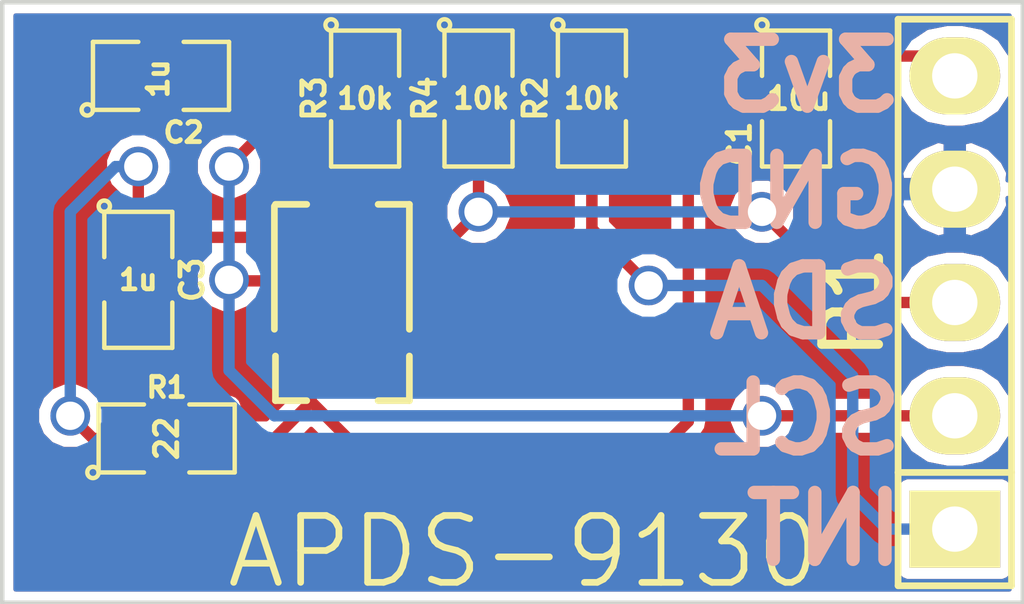
<source format=kicad_pcb>
(kicad_pcb (version 4) (host pcbnew "(2014-08-05 BZR 5054)-product")

  (general
    (links 20)
    (no_connects 0)
    (area 130.759 96.850999 156.474886 110.599)
    (thickness 1.6)
    (drawings 9)
    (tracks 85)
    (zones 0)
    (modules 9)
    (nets 8)
  )

  (page A4)
  (layers
    (0 F.Cu signal)
    (31 B.Cu signal)
    (32 B.Adhes user hide)
    (33 F.Adhes user hide)
    (34 B.Paste user hide)
    (35 F.Paste user hide)
    (36 B.SilkS user)
    (37 F.SilkS user)
    (38 B.Mask user)
    (39 F.Mask user)
    (40 Dwgs.User user)
    (41 Cmts.User user)
    (42 Eco1.User user)
    (43 Eco2.User user)
    (44 Edge.Cuts user)
    (45 Margin user)
    (46 B.CrtYd user)
    (47 F.CrtYd user)
    (48 B.Fab user)
    (49 F.Fab user)
  )

  (setup
    (last_trace_width 0.254)
    (trace_clearance 0.254)
    (zone_clearance 0.2)
    (zone_45_only no)
    (trace_min 0.254)
    (segment_width 0.2)
    (edge_width 0.1)
    (via_size 0.889)
    (via_drill 0.635)
    (via_min_size 0.889)
    (via_min_drill 0.508)
    (uvia_size 0.508)
    (uvia_drill 0.127)
    (uvias_allowed no)
    (uvia_min_size 0.508)
    (uvia_min_drill 0.127)
    (pcb_text_width 0.3)
    (pcb_text_size 1.5 1.5)
    (mod_edge_width 0.15)
    (mod_text_size 1 1)
    (mod_text_width 0.15)
    (pad_size 0.6 0.72)
    (pad_drill 0)
    (pad_to_mask_clearance 0)
    (aux_axis_origin 0 0)
    (visible_elements FFFFFFFF)
    (pcbplotparams
      (layerselection 0x010f0_80000001)
      (usegerberextensions true)
      (usegerberattributes true)
      (excludeedgelayer true)
      (linewidth 0.100000)
      (plotframeref false)
      (viasonmask false)
      (mode 1)
      (useauxorigin false)
      (hpglpennumber 1)
      (hpglpenspeed 20)
      (hpglpendiameter 15)
      (hpglpenoverlay 2)
      (psnegative false)
      (psa4output false)
      (plotreference true)
      (plotvalue true)
      (plotinvisibletext false)
      (padsonsilk false)
      (subtractmaskfromsilk false)
      (outputformat 1)
      (mirror false)
      (drillshape 0)
      (scaleselection 1)
      (outputdirectory gerbers/))
  )

  (net 0 "")
  (net 1 +3.3V)
  (net 2 GND)
  (net 3 "Net-(C3-Pad1)")
  (net 4 "Net-(P1-Pad1)")
  (net 5 "Net-(P1-Pad2)")
  (net 6 "Net-(P1-Pad3)")
  (net 7 "Net-(U1-Pad3)")

  (net_class Default "This is the default net class."
    (clearance 0.254)
    (trace_width 0.254)
    (via_dia 0.889)
    (via_drill 0.635)
    (uvia_dia 0.508)
    (uvia_drill 0.127)
    (add_net +3.3V)
    (add_net GND)
    (add_net "Net-(C3-Pad1)")
    (add_net "Net-(P1-Pad1)")
    (add_net "Net-(P1-Pad2)")
    (add_net "Net-(P1-Pad3)")
    (add_net "Net-(U1-Pad3)")
  )

  (module SMD_Packages:SMD-0805 (layer F.Cu) (tedit 5429E945) (tstamp 5428FEB8)
    (at 148.844 99.06 270)
    (path /542900D1)
    (attr smd)
    (fp_text reference C1 (at 1.016 1.27 270) (layer F.SilkS)
      (effects (font (size 0.50038 0.50038) (thickness 0.10922)))
    )
    (fp_text value 10u (at 0 -0.0635 360) (layer F.SilkS)
      (effects (font (size 0.50038 0.50038) (thickness 0.10922)))
    )
    (fp_circle (center -1.651 0.762) (end -1.651 0.635) (layer F.SilkS) (width 0.09906))
    (fp_line (start -0.508 0.762) (end -1.524 0.762) (layer F.SilkS) (width 0.09906))
    (fp_line (start -1.524 0.762) (end -1.524 -0.762) (layer F.SilkS) (width 0.09906))
    (fp_line (start -1.524 -0.762) (end -0.508 -0.762) (layer F.SilkS) (width 0.09906))
    (fp_line (start 0.508 -0.762) (end 1.524 -0.762) (layer F.SilkS) (width 0.09906))
    (fp_line (start 1.524 -0.762) (end 1.524 0.762) (layer F.SilkS) (width 0.09906))
    (fp_line (start 1.524 0.762) (end 0.508 0.762) (layer F.SilkS) (width 0.09906))
    (pad 1 smd rect (at -0.9525 0 270) (size 0.889 1.397) (layers F.Cu F.Paste F.Mask)
      (net 1 +3.3V))
    (pad 2 smd rect (at 0.9525 0 270) (size 0.889 1.397) (layers F.Cu F.Paste F.Mask)
      (net 2 GND))
    (model smd/chip_cms.wrl
      (at (xyz 0 0 0))
      (scale (xyz 0.1000000014901161 0.1000000014901161 0.1000000014901161))
      (rotate (xyz 0 0 0))
    )
  )

  (module SMD_Packages:SMD-0805 (layer F.Cu) (tedit 5429E95B) (tstamp 5429E8AA)
    (at 134.62 98.552)
    (path /54290187)
    (attr smd)
    (fp_text reference C2 (at 0.508 1.27) (layer F.SilkS)
      (effects (font (size 0.45 0.45) (thickness 0.10922)))
    )
    (fp_text value 1u (at -0.0635 0.0635 90) (layer F.SilkS)
      (effects (font (size 0.45 0.45) (thickness 0.10922)))
    )
    (fp_circle (center -1.651 0.762) (end -1.651 0.635) (layer F.SilkS) (width 0.09906))
    (fp_line (start -0.508 0.762) (end -1.524 0.762) (layer F.SilkS) (width 0.09906))
    (fp_line (start -1.524 0.762) (end -1.524 -0.762) (layer F.SilkS) (width 0.09906))
    (fp_line (start -1.524 -0.762) (end -0.508 -0.762) (layer F.SilkS) (width 0.09906))
    (fp_line (start 0.508 -0.762) (end 1.524 -0.762) (layer F.SilkS) (width 0.09906))
    (fp_line (start 1.524 -0.762) (end 1.524 0.762) (layer F.SilkS) (width 0.09906))
    (fp_line (start 1.524 0.762) (end 0.508 0.762) (layer F.SilkS) (width 0.09906))
    (pad 1 smd rect (at -0.9525 0) (size 0.889 1.397) (layers F.Cu F.Paste F.Mask)
      (net 2 GND))
    (pad 2 smd rect (at 0.9525 0) (size 0.889 1.397) (layers F.Cu F.Paste F.Mask)
      (net 1 +3.3V))
    (model smd/chip_cms.wrl
      (at (xyz 0 0 0))
      (scale (xyz 0.1000000014901161 0.1000000014901161 0.1000000014901161))
      (rotate (xyz 0 0 0))
    )
  )

  (module SMD_Packages:SMD-0805 (layer F.Cu) (tedit 5429E960) (tstamp 5429E84A)
    (at 134.112 103.124 270)
    (path /54290166)
    (attr smd)
    (fp_text reference C3 (at 0 -1.2065 270) (layer F.SilkS)
      (effects (font (size 0.50038 0.50038) (thickness 0.10922)))
    )
    (fp_text value 1u (at 0 0 360) (layer F.SilkS)
      (effects (font (size 0.45 0.45) (thickness 0.10922)))
    )
    (fp_circle (center -1.651 0.762) (end -1.651 0.635) (layer F.SilkS) (width 0.09906))
    (fp_line (start -0.508 0.762) (end -1.524 0.762) (layer F.SilkS) (width 0.09906))
    (fp_line (start -1.524 0.762) (end -1.524 -0.762) (layer F.SilkS) (width 0.09906))
    (fp_line (start -1.524 -0.762) (end -0.508 -0.762) (layer F.SilkS) (width 0.09906))
    (fp_line (start 0.508 -0.762) (end 1.524 -0.762) (layer F.SilkS) (width 0.09906))
    (fp_line (start 1.524 -0.762) (end 1.524 0.762) (layer F.SilkS) (width 0.09906))
    (fp_line (start 1.524 0.762) (end 0.508 0.762) (layer F.SilkS) (width 0.09906))
    (pad 1 smd rect (at -0.9525 0 270) (size 0.889 1.397) (layers F.Cu F.Paste F.Mask)
      (net 3 "Net-(C3-Pad1)"))
    (pad 2 smd rect (at 0.9525 0 270) (size 0.889 1.397) (layers F.Cu F.Paste F.Mask)
      (net 2 GND))
    (model smd/chip_cms.wrl
      (at (xyz 0 0 0))
      (scale (xyz 0.1000000014901161 0.1000000014901161 0.1000000014901161))
      (rotate (xyz 0 0 0))
    )
  )

  (module Pin_Headers:Pin_Header_Straight_1x05 (layer F.Cu) (tedit 542C6D1B) (tstamp 5428FEE2)
    (at 152.4 103.632 90)
    (descr "Through hole pin header")
    (tags "pin header")
    (path /5428FA49)
    (fp_text reference P1 (at 0 -2.286 90) (layer F.SilkS)
      (effects (font (size 1.27 1.27) (thickness 0.2032)))
    )
    (fp_text value CONN_5 (at 0 0 90) (layer F.SilkS) hide
      (effects (font (size 1.27 1.27) (thickness 0.2032)))
    )
    (fp_line (start -3.81 -1.27) (end 6.35 -1.27) (layer F.SilkS) (width 0.15))
    (fp_line (start 6.35 -1.27) (end 6.35 1.27) (layer F.SilkS) (width 0.15))
    (fp_line (start 6.35 1.27) (end -3.81 1.27) (layer F.SilkS) (width 0.15))
    (fp_line (start -6.35 -1.27) (end -3.81 -1.27) (layer F.SilkS) (width 0.15))
    (fp_line (start -3.81 -1.27) (end -3.81 1.27) (layer F.SilkS) (width 0.15))
    (fp_line (start -6.35 -1.27) (end -6.35 1.27) (layer F.SilkS) (width 0.15))
    (fp_line (start -6.35 1.27) (end -3.81 1.27) (layer F.SilkS) (width 0.15))
    (pad 1 thru_hole rect (at -5.08 0 90) (size 1.7272 2.032) (drill 1.016) (layers *.Cu *.Mask F.SilkS)
      (net 4 "Net-(P1-Pad1)"))
    (pad 2 thru_hole oval (at -2.54 0 90) (size 1.7272 2.032) (drill 1.016) (layers *.Cu *.Mask F.SilkS)
      (net 5 "Net-(P1-Pad2)"))
    (pad 3 thru_hole oval (at 0 0 90) (size 1.7272 2.032) (drill 1.016) (layers *.Cu *.Mask F.SilkS)
      (net 6 "Net-(P1-Pad3)"))
    (pad 4 thru_hole oval (at 2.54 0 90) (size 1.7272 2.032) (drill 1.016) (layers *.Cu *.Mask F.SilkS)
      (net 2 GND))
    (pad 5 thru_hole oval (at 5.08 0 90) (size 1.7272 2.032) (drill 1.016) (layers *.Cu *.Mask F.SilkS)
      (net 1 +3.3V))
    (model Pin_Headers/Pin_Header_Straight_1x05.wrl
      (at (xyz 0 0 0))
      (scale (xyz 1 1 1))
      (rotate (xyz 0 0 0))
    )
  )

  (module SMD_Packages:SMD-0805 (layer F.Cu) (tedit 5429E922) (tstamp 5428FEEF)
    (at 134.747 106.68)
    (path /5428FF1D)
    (attr smd)
    (fp_text reference R1 (at 0 -1.143 180) (layer F.SilkS)
      (effects (font (size 0.45 0.45) (thickness 0.10922)))
    )
    (fp_text value 22 (at 0 0 90) (layer F.SilkS)
      (effects (font (size 0.50038 0.50038) (thickness 0.10922)))
    )
    (fp_circle (center -1.651 0.762) (end -1.651 0.635) (layer F.SilkS) (width 0.09906))
    (fp_line (start -0.508 0.762) (end -1.524 0.762) (layer F.SilkS) (width 0.09906))
    (fp_line (start -1.524 0.762) (end -1.524 -0.762) (layer F.SilkS) (width 0.09906))
    (fp_line (start -1.524 -0.762) (end -0.508 -0.762) (layer F.SilkS) (width 0.09906))
    (fp_line (start 0.508 -0.762) (end 1.524 -0.762) (layer F.SilkS) (width 0.09906))
    (fp_line (start 1.524 -0.762) (end 1.524 0.762) (layer F.SilkS) (width 0.09906))
    (fp_line (start 1.524 0.762) (end 0.508 0.762) (layer F.SilkS) (width 0.09906))
    (pad 1 smd rect (at -0.9525 0) (size 0.889 1.397) (layers F.Cu F.Paste F.Mask)
      (net 3 "Net-(C3-Pad1)"))
    (pad 2 smd rect (at 0.9525 0) (size 0.889 1.397) (layers F.Cu F.Paste F.Mask)
      (net 1 +3.3V))
    (model smd/chip_cms.wrl
      (at (xyz 0 0 0))
      (scale (xyz 0.1000000014901161 0.1000000014901161 0.1000000014901161))
      (rotate (xyz 0 0 0))
    )
  )

  (module SMD_Packages:SMD-0805 (layer F.Cu) (tedit 5429E90A) (tstamp 5429E94D)
    (at 144.272 99.06 270)
    (path /5428FB2D)
    (attr smd)
    (fp_text reference R2 (at 0 1.27 270) (layer F.SilkS)
      (effects (font (size 0.50038 0.50038) (thickness 0.10922)))
    )
    (fp_text value 10k (at 0 0 360) (layer F.SilkS)
      (effects (font (size 0.45 0.45) (thickness 0.10922)))
    )
    (fp_circle (center -1.651 0.762) (end -1.651 0.635) (layer F.SilkS) (width 0.09906))
    (fp_line (start -0.508 0.762) (end -1.524 0.762) (layer F.SilkS) (width 0.09906))
    (fp_line (start -1.524 0.762) (end -1.524 -0.762) (layer F.SilkS) (width 0.09906))
    (fp_line (start -1.524 -0.762) (end -0.508 -0.762) (layer F.SilkS) (width 0.09906))
    (fp_line (start 0.508 -0.762) (end 1.524 -0.762) (layer F.SilkS) (width 0.09906))
    (fp_line (start 1.524 -0.762) (end 1.524 0.762) (layer F.SilkS) (width 0.09906))
    (fp_line (start 1.524 0.762) (end 0.508 0.762) (layer F.SilkS) (width 0.09906))
    (pad 1 smd rect (at -0.9525 0 270) (size 0.889 1.397) (layers F.Cu F.Paste F.Mask)
      (net 1 +3.3V))
    (pad 2 smd rect (at 0.9525 0 270) (size 0.889 1.397) (layers F.Cu F.Paste F.Mask)
      (net 4 "Net-(P1-Pad1)"))
    (model smd/chip_cms.wrl
      (at (xyz 0 0 0))
      (scale (xyz 0.1000000014901161 0.1000000014901161 0.1000000014901161))
      (rotate (xyz 0 0 0))
    )
  )

  (module SMD_Packages:SMD-0805 (layer F.Cu) (tedit 5429E90E) (tstamp 5428FF09)
    (at 139.192 99.06 270)
    (path /5428FBE0)
    (attr smd)
    (fp_text reference R3 (at 0 1.143 270) (layer F.SilkS)
      (effects (font (size 0.50038 0.50038) (thickness 0.10922)))
    )
    (fp_text value 10k (at 0 0 360) (layer F.SilkS)
      (effects (font (size 0.45 0.45) (thickness 0.10922)))
    )
    (fp_circle (center -1.651 0.762) (end -1.651 0.635) (layer F.SilkS) (width 0.09906))
    (fp_line (start -0.508 0.762) (end -1.524 0.762) (layer F.SilkS) (width 0.09906))
    (fp_line (start -1.524 0.762) (end -1.524 -0.762) (layer F.SilkS) (width 0.09906))
    (fp_line (start -1.524 -0.762) (end -0.508 -0.762) (layer F.SilkS) (width 0.09906))
    (fp_line (start 0.508 -0.762) (end 1.524 -0.762) (layer F.SilkS) (width 0.09906))
    (fp_line (start 1.524 -0.762) (end 1.524 0.762) (layer F.SilkS) (width 0.09906))
    (fp_line (start 1.524 0.762) (end 0.508 0.762) (layer F.SilkS) (width 0.09906))
    (pad 1 smd rect (at -0.9525 0 270) (size 0.889 1.397) (layers F.Cu F.Paste F.Mask)
      (net 1 +3.3V))
    (pad 2 smd rect (at 0.9525 0 270) (size 0.889 1.397) (layers F.Cu F.Paste F.Mask)
      (net 5 "Net-(P1-Pad2)"))
    (model smd/chip_cms.wrl
      (at (xyz 0 0 0))
      (scale (xyz 0.1000000014901161 0.1000000014901161 0.1000000014901161))
      (rotate (xyz 0 0 0))
    )
  )

  (module SMD_Packages:SMD-0805 (layer F.Cu) (tedit 5429E905) (tstamp 5429E93F)
    (at 141.732 99.06 270)
    (path /5428FBFD)
    (attr smd)
    (fp_text reference R4 (at 0 1.2065 450) (layer F.SilkS)
      (effects (font (size 0.50038 0.50038) (thickness 0.10922)))
    )
    (fp_text value 10k (at 0 -0.0635 360) (layer F.SilkS)
      (effects (font (size 0.45 0.45) (thickness 0.10922)))
    )
    (fp_circle (center -1.651 0.762) (end -1.651 0.635) (layer F.SilkS) (width 0.09906))
    (fp_line (start -0.508 0.762) (end -1.524 0.762) (layer F.SilkS) (width 0.09906))
    (fp_line (start -1.524 0.762) (end -1.524 -0.762) (layer F.SilkS) (width 0.09906))
    (fp_line (start -1.524 -0.762) (end -0.508 -0.762) (layer F.SilkS) (width 0.09906))
    (fp_line (start 0.508 -0.762) (end 1.524 -0.762) (layer F.SilkS) (width 0.09906))
    (fp_line (start 1.524 -0.762) (end 1.524 0.762) (layer F.SilkS) (width 0.09906))
    (fp_line (start 1.524 0.762) (end 0.508 0.762) (layer F.SilkS) (width 0.09906))
    (pad 1 smd rect (at -0.9525 0 270) (size 0.889 1.397) (layers F.Cu F.Paste F.Mask)
      (net 1 +3.3V))
    (pad 2 smd rect (at 0.9525 0 270) (size 0.889 1.397) (layers F.Cu F.Paste F.Mask)
      (net 6 "Net-(P1-Pad3)"))
    (model smd/chip_cms.wrl
      (at (xyz 0 0 0))
      (scale (xyz 0.1000000014901161 0.1000000014901161 0.1000000014901161))
      (rotate (xyz 0 0 0))
    )
  )

  (module boscch-component-library:DFN8-APDS-9130 (layer F.Cu) (tedit 542990AE) (tstamp 5428FF2A)
    (at 138.684 103.632)
    (path /5428F91F)
    (fp_text reference U1 (at -6.096 5.08) (layer F.SilkS) hide
      (effects (font (size 1.5 1.5) (thickness 0.15)))
    )
    (fp_text value APDS-9130 (at 4.064 5.588) (layer F.SilkS)
      (effects (font (size 1.5 1.5) (thickness 0.15)))
    )
    (fp_line (start 1.5 2.2) (end 1.5 1.2) (layer F.SilkS) (width 0.15))
    (fp_line (start 1.5 -2.2) (end 1.5 0.6) (layer F.SilkS) (width 0.15))
    (fp_line (start -1.5 1.2) (end -1.5 2.2) (layer F.SilkS) (width 0.15))
    (fp_line (start -1.5 2.2) (end -0.8 2.2) (layer F.SilkS) (width 0.15))
    (fp_line (start -0.8 -2.2) (end -1.5 -2.2) (layer F.SilkS) (width 0.15))
    (fp_line (start -1.524 -2.159) (end -1.524 0.6) (layer F.SilkS) (width 0.15))
    (fp_line (start 1.5 2.2) (end 0.8 2.2) (layer F.SilkS) (width 0.15))
    (fp_line (start 0.8 -2.2) (end 1.5 -2.2) (layer F.SilkS) (width 0.15))
    (pad 4 smd rect (at 0.7 1.455) (size 0.6 0.72) (layers F.Cu F.Paste F.Mask)
      (net 7 "Net-(U1-Pad3)"))
    (pad 3 smd rect (at 0.7 0.485) (size 0.6 0.72) (layers F.Cu F.Paste F.Mask)
      (net 7 "Net-(U1-Pad3)"))
    (pad 2 smd rect (at 0.7 -0.485) (size 0.6 0.72) (layers F.Cu F.Paste F.Mask)
      (net 4 "Net-(P1-Pad1)"))
    (pad 1 smd rect (at 0.7 -1.455) (size 0.6 0.72) (layers F.Cu F.Paste F.Mask)
      (net 6 "Net-(P1-Pad3)"))
    (pad 5 smd rect (at -0.7 1.455) (size 0.6 0.72) (layers F.Cu F.Paste F.Mask)
      (net 1 +3.3V))
    (pad 6 smd rect (at -0.7 0.485) (size 0.6 0.72) (layers F.Cu F.Paste F.Mask)
      (net 2 GND))
    (pad 7 smd rect (at -0.7 -0.485) (size 0.6 0.72) (layers F.Cu F.Paste F.Mask)
      (net 5 "Net-(P1-Pad2)"))
    (pad 8 smd rect (at -0.7 -1.455) (size 0.6 0.72) (layers F.Cu F.Paste F.Mask)
      (net 3 "Net-(C3-Pad1)"))
  )

  (gr_text INT (at 149.479 108.712) (layer B.SilkS)
    (effects (font (size 1.5 1.5) (thickness 0.3)) (justify mirror))
  )
  (gr_text SCL (at 149.098 106.2355) (layer B.SilkS)
    (effects (font (size 1.5 1.5) (thickness 0.3)) (justify mirror))
  )
  (gr_text SDA (at 149.0345 103.632) (layer B.SilkS)
    (effects (font (size 1.5 1.5) (thickness 0.3)) (justify mirror))
  )
  (gr_text GND (at 148.844 101.1555) (layer B.SilkS)
    (effects (font (size 1.5 1.5) (thickness 0.3)) (justify mirror))
  )
  (gr_text 3v3 (at 149.098 98.552) (layer B.SilkS)
    (effects (font (size 1.5 1.5) (thickness 0.3)) (justify mirror))
  )
  (gr_line (start 131.064 110.363) (end 131.064 96.901) (angle 90) (layer Edge.Cuts) (width 0.1))
  (gr_line (start 153.924 110.363) (end 131.064 110.363) (angle 90) (layer Edge.Cuts) (width 0.1))
  (gr_line (start 153.924 96.901) (end 153.924 110.363) (angle 90) (layer Edge.Cuts) (width 0.1))
  (gr_line (start 131.064 96.901) (end 153.924 96.901) (angle 90) (layer Edge.Cuts) (width 0.1))

  (segment (start 137.984 105.087) (end 137.984 105.856) (width 0.254) (layer F.Cu) (net 1))
  (segment (start 137.984 105.856) (end 138.935 106.807) (width 0.254) (layer F.Cu) (net 1) (tstamp 542992BC))
  (segment (start 146.431 106.299) (end 146.431 98.1075) (width 0.254) (layer F.Cu) (net 1) (tstamp 542992C7))
  (segment (start 145.923 106.807) (end 146.431 106.299) (width 0.254) (layer F.Cu) (net 1) (tstamp 542992C3))
  (segment (start 138.935 106.807) (end 145.923 106.807) (width 0.254) (layer F.Cu) (net 1) (tstamp 542992BE))
  (segment (start 144.272 98.1075) (end 145.796 98.1075) (width 0.254) (layer F.Cu) (net 1))
  (segment (start 145.796 98.1075) (end 146.431 98.1075) (width 0.254) (layer F.Cu) (net 1) (tstamp 5429900A))
  (segment (start 146.431 98.1075) (end 148.844 98.1075) (width 0.254) (layer F.Cu) (net 1) (tstamp 542992CE))
  (segment (start 141.732 98.1075) (end 144.272 98.1075) (width 0.254) (layer F.Cu) (net 1))
  (segment (start 139.192 98.1075) (end 141.732 98.1075) (width 0.254) (layer F.Cu) (net 1))
  (segment (start 135.5725 98.552) (end 135.636 98.552) (width 0.254) (layer F.Cu) (net 1))
  (segment (start 135.636 98.552) (end 136.0805 98.1075) (width 0.254) (layer F.Cu) (net 1) (tstamp 54298DA8))
  (segment (start 136.0805 98.1075) (end 139.192 98.1075) (width 0.254) (layer F.Cu) (net 1) (tstamp 54298DA9))
  (segment (start 148.844 98.1075) (end 151.9555 98.1075) (width 0.254) (layer F.Cu) (net 1))
  (segment (start 151.9555 98.1075) (end 152.4 98.552) (width 0.254) (layer F.Cu) (net 1) (tstamp 54298D64))
  (segment (start 135.6995 106.68) (end 137.16 106.68) (width 0.254) (layer F.Cu) (net 1) (status 10))
  (segment (start 137.16 106.68) (end 137.984 105.856) (width 0.254) (layer F.Cu) (net 1) (tstamp 54298D04))
  (segment (start 141.732 98.1075) (end 141.732 98.044) (width 0.254) (layer F.Cu) (net 1) (status 30))
  (segment (start 148.9075 98.044) (end 148.844 98.1075) (width 0.254) (layer F.Cu) (net 1) (tstamp 54298C2E) (status 30))
  (segment (start 133.0325 104.0765) (end 132.7785 104.0765) (width 0.254) (layer F.Cu) (net 2))
  (segment (start 147.8915 100.0125) (end 148.844 100.0125) (width 0.254) (layer F.Cu) (net 2) (tstamp 542991E5))
  (segment (start 147.193 100.711) (end 147.8915 100.0125) (width 0.254) (layer F.Cu) (net 2) (tstamp 542991DF))
  (segment (start 147.193 106.934) (end 147.193 100.711) (width 0.254) (layer F.Cu) (net 2) (tstamp 542991D9))
  (segment (start 145.796 107.823) (end 147.193 106.934) (width 0.254) (layer F.Cu) (net 2) (tstamp 542991D6))
  (segment (start 132.715 107.823) (end 145.796 107.823) (width 0.254) (layer F.Cu) (net 2) (tstamp 542991CB))
  (segment (start 131.699 106.807) (end 132.715 107.823) (width 0.254) (layer F.Cu) (net 2) (tstamp 542991C7))
  (segment (start 131.699 105.156) (end 131.699 106.807) (width 0.254) (layer F.Cu) (net 2) (tstamp 542991C3))
  (segment (start 132.7785 104.0765) (end 131.699 105.156) (width 0.254) (layer F.Cu) (net 2) (tstamp 542991C1))
  (segment (start 133.6675 98.552) (end 133.604 98.552) (width 0.254) (layer F.Cu) (net 2))
  (segment (start 133.604 98.552) (end 132.588 99.568) (width 0.254) (layer F.Cu) (net 2) (tstamp 54298DAC))
  (segment (start 132.588 99.568) (end 132.588 103.632) (width 0.254) (layer F.Cu) (net 2) (tstamp 54298DAF))
  (segment (start 132.588 103.632) (end 133.0325 104.0765) (width 0.254) (layer F.Cu) (net 2) (tstamp 54298DB1))
  (segment (start 133.0325 104.0765) (end 134.112 104.0765) (width 0.254) (layer F.Cu) (net 2) (tstamp 54298DB2))
  (segment (start 148.844 100.0125) (end 148.844 100.076) (width 0.254) (layer F.Cu) (net 2))
  (segment (start 148.844 100.076) (end 149.86 101.092) (width 0.254) (layer F.Cu) (net 2) (tstamp 54298D5E))
  (segment (start 149.86 101.092) (end 152.4 101.092) (width 0.254) (layer F.Cu) (net 2) (tstamp 54298D60))
  (segment (start 137.984 104.117) (end 134.1525 104.117) (width 0.254) (layer F.Cu) (net 2))
  (segment (start 134.1525 104.117) (end 134.112 104.0765) (width 0.254) (layer F.Cu) (net 2) (tstamp 54298CBA))
  (segment (start 133.7945 106.68) (end 133.096 106.68) (width 0.254) (layer F.Cu) (net 3) (status 10))
  (segment (start 134.112 100.584) (end 134.112 102.1715) (width 0.254) (layer F.Cu) (net 3) (tstamp 54298DEE))
  (via (at 134.112 100.584) (size 0.889) (layers F.Cu B.Cu) (net 3))
  (segment (start 133.604 100.584) (end 134.112 100.584) (width 0.254) (layer B.Cu) (net 3) (tstamp 54298DE9))
  (segment (start 132.588 101.6) (end 133.604 100.584) (width 0.254) (layer B.Cu) (net 3) (tstamp 54298DE6))
  (segment (start 132.588 106.172) (end 132.588 101.6) (width 0.254) (layer B.Cu) (net 3) (tstamp 54298DE5))
  (via (at 132.588 106.172) (size 0.889) (layers F.Cu B.Cu) (net 3))
  (segment (start 133.096 106.68) (end 132.588 106.172) (width 0.254) (layer F.Cu) (net 3) (tstamp 54298DDA))
  (segment (start 134.112 102.1715) (end 137.9785 102.1715) (width 0.254) (layer F.Cu) (net 3))
  (segment (start 137.9785 102.1715) (end 137.984 102.177) (width 0.254) (layer F.Cu) (net 3) (tstamp 54298CB7))
  (segment (start 144.272 100.0125) (end 144.272 101.981) (width 0.254) (layer F.Cu) (net 4))
  (segment (start 150.876 108.712) (end 152.4 108.712) (width 0.254) (layer B.Cu) (net 4) (tstamp 542992F9))
  (segment (start 150.114 107.95) (end 150.876 108.712) (width 0.254) (layer B.Cu) (net 4) (tstamp 542992F7))
  (segment (start 150.114 105.283) (end 150.114 107.95) (width 0.254) (layer B.Cu) (net 4) (tstamp 542992F0))
  (segment (start 148.082 103.251) (end 150.114 105.283) (width 0.254) (layer B.Cu) (net 4) (tstamp 542992E9))
  (segment (start 145.542 103.251) (end 148.082 103.251) (width 0.254) (layer B.Cu) (net 4) (tstamp 542992E8))
  (via (at 145.542 103.251) (size 0.889) (layers F.Cu B.Cu) (net 4))
  (segment (start 144.272 101.981) (end 145.542 103.251) (width 0.254) (layer F.Cu) (net 4) (tstamp 542992DA))
  (segment (start 144.272 100.0125) (end 144.272 102.108) (width 0.254) (layer F.Cu) (net 4))
  (segment (start 143.233 103.147) (end 139.384 103.147) (width 0.254) (layer F.Cu) (net 4) (tstamp 54298CAD))
  (segment (start 144.272 102.108) (end 143.233 103.147) (width 0.254) (layer F.Cu) (net 4) (tstamp 54298CAB))
  (segment (start 152.4 106.172) (end 148.082 106.172) (width 0.254) (layer F.Cu) (net 5))
  (segment (start 136.144 105.156) (end 136.144 103.124) (width 0.254) (layer B.Cu) (net 5) (tstamp 54298F04))
  (segment (start 136.652 105.664) (end 136.144 105.156) (width 0.254) (layer B.Cu) (net 5) (tstamp 54298F02))
  (segment (start 137.16 106.172) (end 136.652 105.664) (width 0.254) (layer B.Cu) (net 5) (tstamp 54298EFA))
  (segment (start 148.082 106.172) (end 137.16 106.172) (width 0.254) (layer B.Cu) (net 5) (tstamp 54298EF9))
  (via (at 148.082 106.172) (size 0.889) (layers F.Cu B.Cu) (net 5))
  (segment (start 139.192 100.0125) (end 136.7155 100.0125) (width 0.254) (layer F.Cu) (net 5))
  (segment (start 136.167 103.147) (end 137.984 103.147) (width 0.254) (layer F.Cu) (net 5) (tstamp 54298CF5))
  (segment (start 136.144 103.124) (end 136.167 103.147) (width 0.254) (layer F.Cu) (net 5) (tstamp 54298CF4))
  (via (at 136.144 103.124) (size 0.889) (layers F.Cu B.Cu) (net 5))
  (segment (start 136.144 100.584) (end 136.144 103.124) (width 0.254) (layer B.Cu) (net 5) (tstamp 54298CEF))
  (via (at 136.144 100.584) (size 0.889) (layers F.Cu B.Cu) (net 5))
  (segment (start 136.7155 100.0125) (end 136.144 100.584) (width 0.254) (layer F.Cu) (net 5) (tstamp 54298CBE))
  (segment (start 153.162 103.632) (end 150.114 103.632) (width 0.254) (layer F.Cu) (net 6))
  (via (at 141.732 101.6) (size 0.889) (layers F.Cu B.Cu) (net 6))
  (segment (start 148.082 101.6) (end 141.732 101.6) (width 0.254) (layer B.Cu) (net 6) (tstamp 54298E3A))
  (via (at 148.082 101.6) (size 0.889) (layers F.Cu B.Cu) (net 6))
  (segment (start 150.114 103.632) (end 148.082 101.6) (width 0.254) (layer F.Cu) (net 6) (tstamp 54298E31))
  (segment (start 141.732 100.0125) (end 141.732 101.6) (width 0.254) (layer F.Cu) (net 6))
  (segment (start 141.155 102.177) (end 139.384 102.177) (width 0.254) (layer F.Cu) (net 6) (tstamp 54298CA8))
  (segment (start 141.732 101.6) (end 141.155 102.177) (width 0.254) (layer F.Cu) (net 6) (tstamp 54298CA7))
  (segment (start 139.384 105.087) (end 140.139 105.087) (width 0.254) (layer F.Cu) (net 7))
  (segment (start 140.185 104.117) (end 139.384 104.117) (width 0.254) (layer F.Cu) (net 7) (tstamp 54298D54))
  (segment (start 140.208 104.14) (end 140.185 104.117) (width 0.254) (layer F.Cu) (net 7) (tstamp 54298D53))
  (segment (start 140.208 105.018) (end 140.208 104.14) (width 0.254) (layer F.Cu) (net 7) (tstamp 54298D52))
  (segment (start 140.139 105.087) (end 140.208 105.018) (width 0.254) (layer F.Cu) (net 7) (tstamp 54298D4F))

  (zone (net 2) (net_name GND) (layer B.Cu) (tstamp 54299792) (hatch edge 0.508)
    (connect_pads (clearance 0.2))
    (min_thickness 0.1)
    (fill yes (arc_segments 16) (thermal_gap 0.2) (thermal_bridge_width 0.5))
    (polygon
      (pts
        (xy 153.924 110.363) (xy 131.064 110.363) (xy 131.064 96.901) (xy 153.924 96.901)
      )
    )
    (filled_polygon
      (pts
        (xy 153.624 110.063) (xy 148.83063 110.063) (xy 148.83063 106.023767) (xy 148.716917 105.748563) (xy 148.506545 105.537823)
        (xy 148.231539 105.42363) (xy 147.933767 105.42337) (xy 147.658563 105.537083) (xy 147.454289 105.741) (xy 137.338526 105.741)
        (xy 136.956763 105.359237) (xy 136.575 104.977474) (xy 136.575 103.751367) (xy 136.778177 103.548545) (xy 136.89237 103.273539)
        (xy 136.89263 102.975767) (xy 136.778917 102.700563) (xy 136.575 102.496289) (xy 136.575 101.211367) (xy 136.778177 101.008545)
        (xy 136.89237 100.733539) (xy 136.89263 100.435767) (xy 136.778917 100.160563) (xy 136.568545 99.949823) (xy 136.293539 99.83563)
        (xy 135.995767 99.83537) (xy 135.720563 99.949083) (xy 135.509823 100.159455) (xy 135.39563 100.434461) (xy 135.39537 100.732233)
        (xy 135.509083 101.007437) (xy 135.713 101.21171) (xy 135.713 102.496632) (xy 135.509823 102.699455) (xy 135.39563 102.974461)
        (xy 135.39537 103.272233) (xy 135.509083 103.547437) (xy 135.713 103.75171) (xy 135.713 105.156) (xy 135.745808 105.320937)
        (xy 135.839237 105.460763) (xy 136.347237 105.968763) (xy 136.855237 106.476763) (xy 136.995063 106.570192) (xy 137.16 106.603)
        (xy 147.454632 106.603) (xy 147.657455 106.806177) (xy 147.932461 106.92037) (xy 148.230233 106.92063) (xy 148.505437 106.806917)
        (xy 148.716177 106.596545) (xy 148.83037 106.321539) (xy 148.83063 106.023767) (xy 148.83063 110.063) (xy 134.86063 110.063)
        (xy 134.86063 100.435767) (xy 134.746917 100.160563) (xy 134.536545 99.949823) (xy 134.261539 99.83563) (xy 133.963767 99.83537)
        (xy 133.688563 99.949083) (xy 133.477823 100.159455) (xy 133.469384 100.179776) (xy 133.439063 100.185808) (xy 133.299237 100.279237)
        (xy 132.283237 101.295237) (xy 132.189808 101.435063) (xy 132.157 101.6) (xy 132.157 105.544632) (xy 131.953823 105.747455)
        (xy 131.83963 106.022461) (xy 131.83937 106.320233) (xy 131.953083 106.595437) (xy 132.163455 106.806177) (xy 132.438461 106.92037)
        (xy 132.736233 106.92063) (xy 133.011437 106.806917) (xy 133.222177 106.596545) (xy 133.33637 106.321539) (xy 133.33663 106.023767)
        (xy 133.222917 105.748563) (xy 133.019 105.544289) (xy 133.019 101.778526) (xy 133.633449 101.164076) (xy 133.687455 101.218177)
        (xy 133.962461 101.33237) (xy 134.260233 101.33263) (xy 134.535437 101.218917) (xy 134.746177 101.008545) (xy 134.86037 100.733539)
        (xy 134.86063 100.435767) (xy 134.86063 110.063) (xy 131.364 110.063) (xy 131.364 97.201) (xy 153.624 97.201)
        (xy 153.624 98.055817) (xy 153.403878 97.726382) (xy 153.025081 97.473278) (xy 152.57826 97.3844) (xy 152.22174 97.3844)
        (xy 151.774919 97.473278) (xy 151.396122 97.726382) (xy 151.143018 98.105179) (xy 151.05414 98.552) (xy 151.143018 98.998821)
        (xy 151.396122 99.377618) (xy 151.774919 99.630722) (xy 152.22174 99.7196) (xy 152.57826 99.7196) (xy 153.025081 99.630722)
        (xy 153.403878 99.377618) (xy 153.624 99.048182) (xy 153.624 100.891998) (xy 153.603119 100.891998) (xy 153.584297 100.891998)
        (xy 153.603119 100.723089) (xy 153.477839 100.478466) (xy 153.172605 100.171018) (xy 152.77295 100.003782) (xy 152.6 100.045178)
        (xy 152.6 100.892) (xy 152.62 100.892) (xy 152.62 101.292) (xy 152.6 101.292) (xy 152.6 102.138822)
        (xy 152.77295 102.180218) (xy 153.172605 102.012982) (xy 153.477839 101.705534) (xy 153.603119 101.460911) (xy 153.584297 101.292002)
        (xy 153.603119 101.292002) (xy 153.624 101.292002) (xy 153.624 103.135817) (xy 153.603119 103.104566) (xy 153.403878 102.806382)
        (xy 153.025081 102.553278) (xy 152.57826 102.4644) (xy 152.22174 102.4644) (xy 152.2 102.468724) (xy 152.2 102.138822)
        (xy 152.2 101.292) (xy 152.2 100.892) (xy 152.2 100.045178) (xy 152.02705 100.003782) (xy 151.627395 100.171018)
        (xy 151.322161 100.478466) (xy 151.196881 100.723089) (xy 151.215703 100.892) (xy 152.2 100.892) (xy 152.2 101.292)
        (xy 151.215703 101.292) (xy 151.196881 101.460911) (xy 151.322161 101.705534) (xy 151.627395 102.012982) (xy 152.02705 102.180218)
        (xy 152.2 102.138822) (xy 152.2 102.468724) (xy 151.774919 102.553278) (xy 151.396122 102.806382) (xy 151.143018 103.185179)
        (xy 151.05414 103.632) (xy 151.143018 104.078821) (xy 151.396122 104.457618) (xy 151.774919 104.710722) (xy 152.22174 104.7996)
        (xy 152.57826 104.7996) (xy 153.025081 104.710722) (xy 153.403878 104.457618) (xy 153.624 104.128182) (xy 153.624 105.675817)
        (xy 153.403878 105.346382) (xy 153.025081 105.093278) (xy 152.57826 105.0044) (xy 152.22174 105.0044) (xy 151.774919 105.093278)
        (xy 151.396122 105.346382) (xy 151.143018 105.725179) (xy 151.05414 106.172) (xy 151.143018 106.618821) (xy 151.396122 106.997618)
        (xy 151.774919 107.250722) (xy 152.22174 107.3396) (xy 152.57826 107.3396) (xy 153.025081 107.250722) (xy 153.403878 106.997618)
        (xy 153.624 106.668182) (xy 153.624 107.626479) (xy 153.588202 107.590681) (xy 153.47647 107.5444) (xy 153.355531 107.5444)
        (xy 151.323531 107.5444) (xy 151.211798 107.590681) (xy 151.126281 107.676198) (xy 151.08 107.78793) (xy 151.08 107.908869)
        (xy 151.08 108.281) (xy 151.054526 108.281) (xy 150.545 107.771474) (xy 150.545 105.283) (xy 150.512192 105.118064)
        (xy 150.512192 105.118063) (xy 150.418763 104.978237) (xy 148.83063 103.390104) (xy 148.83063 101.451767) (xy 148.716917 101.176563)
        (xy 148.506545 100.965823) (xy 148.231539 100.85163) (xy 147.933767 100.85137) (xy 147.658563 100.965083) (xy 147.454289 101.169)
        (xy 142.359367 101.169) (xy 142.156545 100.965823) (xy 141.881539 100.85163) (xy 141.583767 100.85137) (xy 141.308563 100.965083)
        (xy 141.097823 101.175455) (xy 140.98363 101.450461) (xy 140.98337 101.748233) (xy 141.097083 102.023437) (xy 141.307455 102.234177)
        (xy 141.582461 102.34837) (xy 141.880233 102.34863) (xy 142.155437 102.234917) (xy 142.35971 102.031) (xy 147.454632 102.031)
        (xy 147.657455 102.234177) (xy 147.932461 102.34837) (xy 148.230233 102.34863) (xy 148.505437 102.234917) (xy 148.716177 102.024545)
        (xy 148.83037 101.749539) (xy 148.83063 101.451767) (xy 148.83063 103.390104) (xy 148.386763 102.946237) (xy 148.246937 102.852808)
        (xy 148.082 102.82) (xy 146.169367 102.82) (xy 145.966545 102.616823) (xy 145.691539 102.50263) (xy 145.393767 102.50237)
        (xy 145.118563 102.616083) (xy 144.907823 102.826455) (xy 144.79363 103.101461) (xy 144.79337 103.399233) (xy 144.907083 103.674437)
        (xy 145.117455 103.885177) (xy 145.392461 103.99937) (xy 145.690233 103.99963) (xy 145.965437 103.885917) (xy 146.16971 103.682)
        (xy 147.903474 103.682) (xy 149.683 105.461526) (xy 149.683 107.95) (xy 149.715808 108.114937) (xy 149.809237 108.254763)
        (xy 150.571237 109.016763) (xy 150.711063 109.110192) (xy 150.711064 109.110193) (xy 150.876 109.143) (xy 151.08 109.143)
        (xy 151.08 109.636069) (xy 151.126281 109.747802) (xy 151.211798 109.833319) (xy 151.32353 109.8796) (xy 151.444469 109.8796)
        (xy 153.476469 109.8796) (xy 153.588202 109.833319) (xy 153.624 109.797521) (xy 153.624 110.063)
      )
    )
  )
  (zone (net 2) (net_name GND) (layer F.Cu) (tstamp 542999B6) (hatch edge 0.508)
    (connect_pads (clearance 0.2))
    (min_thickness 0.1)
    (fill yes (arc_segments 16) (thermal_gap 0.2) (thermal_bridge_width 0.5))
    (polygon
      (pts
        (xy 153.924 110.363) (xy 131.064 110.363) (xy 131.064 96.901) (xy 153.924 96.901)
      )
    )
    (filled_polygon
      (pts
        (xy 153.624 110.063) (xy 134.543 110.063) (xy 134.543 107.43897) (xy 134.543 107.318031) (xy 134.543 105.921031)
        (xy 134.496719 105.809298) (xy 134.411202 105.723781) (xy 134.29947 105.6775) (xy 134.178531 105.6775) (xy 133.912 105.6775)
        (xy 133.912 104.7085) (xy 133.912 104.2765) (xy 133.912 103.8765) (xy 133.912 103.4445) (xy 133.8495 103.382)
        (xy 133.463228 103.382) (xy 133.363772 103.382) (xy 133.271886 103.42006) (xy 133.20156 103.490386) (xy 133.1635 103.582272)
        (xy 133.1635 103.814) (xy 133.226 103.8765) (xy 133.912 103.8765) (xy 133.912 104.2765) (xy 133.226 104.2765)
        (xy 133.1635 104.339) (xy 133.1635 104.570728) (xy 133.20156 104.662614) (xy 133.271886 104.73294) (xy 133.363772 104.771)
        (xy 133.463228 104.771) (xy 133.8495 104.771) (xy 133.912 104.7085) (xy 133.912 105.6775) (xy 133.289531 105.6775)
        (xy 133.192216 105.717808) (xy 133.012545 105.537823) (xy 132.737539 105.42363) (xy 132.439767 105.42337) (xy 132.164563 105.537083)
        (xy 131.953823 105.747455) (xy 131.83963 106.022461) (xy 131.83937 106.320233) (xy 131.953083 106.595437) (xy 132.163455 106.806177)
        (xy 132.438461 106.92037) (xy 132.727096 106.920622) (xy 132.791237 106.984763) (xy 132.931063 107.078192) (xy 133.046 107.101054)
        (xy 133.046 107.438969) (xy 133.092281 107.550702) (xy 133.177798 107.636219) (xy 133.28953 107.6825) (xy 133.410469 107.6825)
        (xy 134.299469 107.6825) (xy 134.411202 107.636219) (xy 134.496719 107.550702) (xy 134.543 107.43897) (xy 134.543 110.063)
        (xy 131.364 110.063) (xy 131.364 97.201) (xy 153.624 97.201) (xy 153.624 98.055817) (xy 153.403878 97.726382)
        (xy 153.025081 97.473278) (xy 152.57826 97.3844) (xy 152.22174 97.3844) (xy 151.774919 97.473278) (xy 151.470775 97.6765)
        (xy 149.8465 97.6765) (xy 149.8465 97.602531) (xy 149.800219 97.490798) (xy 149.714702 97.405281) (xy 149.60297 97.359)
        (xy 149.482031 97.359) (xy 148.085031 97.359) (xy 147.973298 97.405281) (xy 147.887781 97.490798) (xy 147.8415 97.60253)
        (xy 147.8415 97.6765) (xy 146.431 97.6765) (xy 145.796 97.6765) (xy 145.2745 97.6765) (xy 145.2745 97.602531)
        (xy 145.228219 97.490798) (xy 145.142702 97.405281) (xy 145.03097 97.359) (xy 144.910031 97.359) (xy 143.513031 97.359)
        (xy 143.401298 97.405281) (xy 143.315781 97.490798) (xy 143.2695 97.60253) (xy 143.2695 97.6765) (xy 142.7345 97.6765)
        (xy 142.7345 97.602531) (xy 142.688219 97.490798) (xy 142.602702 97.405281) (xy 142.49097 97.359) (xy 142.370031 97.359)
        (xy 140.973031 97.359) (xy 140.861298 97.405281) (xy 140.775781 97.490798) (xy 140.7295 97.60253) (xy 140.7295 97.6765)
        (xy 140.1945 97.6765) (xy 140.1945 97.602531) (xy 140.148219 97.490798) (xy 140.062702 97.405281) (xy 139.95097 97.359)
        (xy 139.830031 97.359) (xy 138.433031 97.359) (xy 138.321298 97.405281) (xy 138.235781 97.490798) (xy 138.1895 97.60253)
        (xy 138.1895 97.6765) (xy 136.269921 97.6765) (xy 136.189202 97.595781) (xy 136.07747 97.5495) (xy 135.956531 97.5495)
        (xy 135.067531 97.5495) (xy 134.955798 97.595781) (xy 134.870281 97.681298) (xy 134.824 97.79303) (xy 134.824 97.913969)
        (xy 134.824 99.310969) (xy 134.870281 99.422702) (xy 134.955798 99.508219) (xy 135.06753 99.5545) (xy 135.188469 99.5545)
        (xy 136.077469 99.5545) (xy 136.189202 99.508219) (xy 136.274719 99.422702) (xy 136.321 99.31097) (xy 136.321 99.190031)
        (xy 136.321 98.5385) (xy 138.1895 98.5385) (xy 138.1895 98.612469) (xy 138.235781 98.724202) (xy 138.321298 98.809719)
        (xy 138.43303 98.856) (xy 138.553969 98.856) (xy 139.950969 98.856) (xy 140.062702 98.809719) (xy 140.148219 98.724202)
        (xy 140.1945 98.61247) (xy 140.1945 98.5385) (xy 140.7295 98.5385) (xy 140.7295 98.612469) (xy 140.775781 98.724202)
        (xy 140.861298 98.809719) (xy 140.97303 98.856) (xy 141.093969 98.856) (xy 142.490969 98.856) (xy 142.602702 98.809719)
        (xy 142.688219 98.724202) (xy 142.7345 98.61247) (xy 142.7345 98.5385) (xy 143.2695 98.5385) (xy 143.2695 98.612469)
        (xy 143.315781 98.724202) (xy 143.401298 98.809719) (xy 143.51303 98.856) (xy 143.633969 98.856) (xy 145.030969 98.856)
        (xy 145.142702 98.809719) (xy 145.228219 98.724202) (xy 145.2745 98.61247) (xy 145.2745 98.5385) (xy 145.796 98.5385)
        (xy 146 98.5385) (xy 146 102.650336) (xy 145.966545 102.616823) (xy 145.691539 102.50263) (xy 145.402903 102.502377)
        (xy 144.703 101.802474) (xy 144.703 100.761) (xy 145.030969 100.761) (xy 145.142702 100.714719) (xy 145.228219 100.629202)
        (xy 145.2745 100.51747) (xy 145.2745 100.396531) (xy 145.2745 99.507531) (xy 145.228219 99.395798) (xy 145.142702 99.310281)
        (xy 145.03097 99.264) (xy 144.910031 99.264) (xy 143.513031 99.264) (xy 143.401298 99.310281) (xy 143.315781 99.395798)
        (xy 143.2695 99.50753) (xy 143.2695 99.628469) (xy 143.2695 100.517469) (xy 143.315781 100.629202) (xy 143.401298 100.714719)
        (xy 143.51303 100.761) (xy 143.633969 100.761) (xy 143.841 100.761) (xy 143.841 101.929474) (xy 143.054474 102.716)
        (xy 139.983637 102.716) (xy 139.96127 102.662) (xy 139.983638 102.608) (xy 141.155 102.608) (xy 141.319936 102.575192)
        (xy 141.319937 102.575192) (xy 141.459763 102.481763) (xy 141.593146 102.348379) (xy 141.880233 102.34863) (xy 142.155437 102.234917)
        (xy 142.366177 102.024545) (xy 142.48037 101.749539) (xy 142.48063 101.451767) (xy 142.366917 101.176563) (xy 142.163 100.972289)
        (xy 142.163 100.761) (xy 142.490969 100.761) (xy 142.602702 100.714719) (xy 142.688219 100.629202) (xy 142.7345 100.51747)
        (xy 142.7345 100.396531) (xy 142.7345 99.507531) (xy 142.688219 99.395798) (xy 142.602702 99.310281) (xy 142.49097 99.264)
        (xy 142.370031 99.264) (xy 140.973031 99.264) (xy 140.861298 99.310281) (xy 140.775781 99.395798) (xy 140.7295 99.50753)
        (xy 140.7295 99.628469) (xy 140.7295 100.517469) (xy 140.775781 100.629202) (xy 140.861298 100.714719) (xy 140.97303 100.761)
        (xy 141.093969 100.761) (xy 141.301 100.761) (xy 141.301 100.972632) (xy 141.097823 101.175455) (xy 140.98363 101.450461)
        (xy 140.983377 101.739096) (xy 140.976474 101.746) (xy 140.1945 101.746) (xy 140.1945 100.51747) (xy 140.1945 100.396531)
        (xy 140.1945 99.507531) (xy 140.148219 99.395798) (xy 140.062702 99.310281) (xy 139.95097 99.264) (xy 139.830031 99.264)
        (xy 138.433031 99.264) (xy 138.321298 99.310281) (xy 138.235781 99.395798) (xy 138.1895 99.50753) (xy 138.1895 99.5815)
        (xy 136.7155 99.5815) (xy 136.550563 99.614308) (xy 136.410737 99.707737) (xy 136.282853 99.83562) (xy 135.995767 99.83537)
        (xy 135.720563 99.949083) (xy 135.509823 100.159455) (xy 135.39563 100.434461) (xy 135.39537 100.732233) (xy 135.509083 101.007437)
        (xy 135.719455 101.218177) (xy 135.994461 101.33237) (xy 136.292233 101.33263) (xy 136.567437 101.218917) (xy 136.778177 101.008545)
        (xy 136.89237 100.733539) (xy 136.892622 100.444903) (xy 136.894026 100.4435) (xy 138.1895 100.4435) (xy 138.1895 100.517469)
        (xy 138.235781 100.629202) (xy 138.321298 100.714719) (xy 138.43303 100.761) (xy 138.553969 100.761) (xy 139.950969 100.761)
        (xy 140.062702 100.714719) (xy 140.148219 100.629202) (xy 140.1945 100.51747) (xy 140.1945 101.746) (xy 139.983637 101.746)
        (xy 139.941719 101.644798) (xy 139.856202 101.559281) (xy 139.74447 101.513) (xy 139.623531 101.513) (xy 139.023531 101.513)
        (xy 138.989731 101.527) (xy 138.557 101.527) (xy 138.378268 101.527) (xy 138.34447 101.513) (xy 138.223531 101.513)
        (xy 137.623531 101.513) (xy 137.511798 101.559281) (xy 137.426281 101.644798) (xy 137.386639 101.7405) (xy 135.1145 101.7405)
        (xy 135.1145 101.666531) (xy 135.068219 101.554798) (xy 134.982702 101.469281) (xy 134.87097 101.423) (xy 134.750031 101.423)
        (xy 134.543 101.423) (xy 134.543 101.211367) (xy 134.746177 101.008545) (xy 134.86037 100.733539) (xy 134.86063 100.435767)
        (xy 134.746917 100.160563) (xy 134.536545 99.949823) (xy 134.362 99.877345) (xy 134.362 99.300228) (xy 134.362 99.200772)
        (xy 134.362 98.8145) (xy 134.362 98.2895) (xy 134.362 97.903228) (xy 134.362 97.803772) (xy 134.32394 97.711886)
        (xy 134.253614 97.64156) (xy 134.161728 97.6035) (xy 133.93 97.6035) (xy 133.8675 97.666) (xy 133.8675 98.352)
        (xy 134.2995 98.352) (xy 134.362 98.2895) (xy 134.362 98.8145) (xy 134.2995 98.752) (xy 133.8675 98.752)
        (xy 133.8675 99.438) (xy 133.93 99.5005) (xy 134.161728 99.5005) (xy 134.253614 99.46244) (xy 134.32394 99.392114)
        (xy 134.362 99.300228) (xy 134.362 99.877345) (xy 134.261539 99.83563) (xy 133.963767 99.83537) (xy 133.688563 99.949083)
        (xy 133.477823 100.159455) (xy 133.4675 100.184315) (xy 133.4675 99.438) (xy 133.4675 98.752) (xy 133.4675 98.352)
        (xy 133.4675 97.666) (xy 133.405 97.6035) (xy 133.173272 97.6035) (xy 133.081386 97.64156) (xy 133.01106 97.711886)
        (xy 132.973 97.803772) (xy 132.973 97.903228) (xy 132.973 98.2895) (xy 133.0355 98.352) (xy 133.4675 98.352)
        (xy 133.4675 98.752) (xy 133.0355 98.752) (xy 132.973 98.8145) (xy 132.973 99.200772) (xy 132.973 99.300228)
        (xy 133.01106 99.392114) (xy 133.081386 99.46244) (xy 133.173272 99.5005) (xy 133.405 99.5005) (xy 133.4675 99.438)
        (xy 133.4675 100.184315) (xy 133.36363 100.434461) (xy 133.36337 100.732233) (xy 133.477083 101.007437) (xy 133.681 101.21171)
        (xy 133.681 101.423) (xy 133.353031 101.423) (xy 133.241298 101.469281) (xy 133.155781 101.554798) (xy 133.1095 101.66653)
        (xy 133.1095 101.787469) (xy 133.1095 102.676469) (xy 133.155781 102.788202) (xy 133.241298 102.873719) (xy 133.35303 102.92)
        (xy 133.473969 102.92) (xy 134.870969 102.92) (xy 134.982702 102.873719) (xy 135.068219 102.788202) (xy 135.1145 102.67647)
        (xy 135.1145 102.6025) (xy 135.606947 102.6025) (xy 135.509823 102.699455) (xy 135.39563 102.974461) (xy 135.39537 103.272233)
        (xy 135.509083 103.547437) (xy 135.719455 103.758177) (xy 135.994461 103.87237) (xy 136.292233 103.87263) (xy 136.567437 103.758917)
        (xy 136.74867 103.578) (xy 137.384362 103.578) (xy 137.426281 103.679202) (xy 137.43996 103.692881) (xy 137.434 103.707272)
        (xy 137.434 103.806728) (xy 137.434 103.8745) (xy 137.4965 103.937) (xy 137.834 103.937) (xy 137.834 103.897)
        (xy 138.134 103.897) (xy 138.134 103.937) (xy 138.204 103.937) (xy 138.204 104.297) (xy 138.134 104.297)
        (xy 138.134 104.337) (xy 137.834 104.337) (xy 137.834 104.297) (xy 137.4965 104.297) (xy 137.434 104.3595)
        (xy 137.434 104.427272) (xy 137.434 104.526728) (xy 137.43996 104.541118) (xy 137.426281 104.554798) (xy 137.38 104.66653)
        (xy 137.38 104.787469) (xy 137.38 105.507469) (xy 137.426281 105.619202) (xy 137.511798 105.704719) (xy 137.521667 105.708806)
        (xy 136.981474 106.249) (xy 136.448 106.249) (xy 136.448 105.921031) (xy 136.401719 105.809298) (xy 136.316202 105.723781)
        (xy 136.20447 105.6775) (xy 136.083531 105.6775) (xy 135.194531 105.6775) (xy 135.082798 105.723781) (xy 135.0605 105.746079)
        (xy 135.0605 104.570728) (xy 135.0605 104.339) (xy 135.0605 103.814) (xy 135.0605 103.582272) (xy 135.02244 103.490386)
        (xy 134.952114 103.42006) (xy 134.860228 103.382) (xy 134.760772 103.382) (xy 134.3745 103.382) (xy 134.312 103.4445)
        (xy 134.312 103.8765) (xy 134.998 103.8765) (xy 135.0605 103.814) (xy 135.0605 104.339) (xy 134.998 104.2765)
        (xy 134.312 104.2765) (xy 134.312 104.7085) (xy 134.3745 104.771) (xy 134.760772 104.771) (xy 134.860228 104.771)
        (xy 134.952114 104.73294) (xy 135.02244 104.662614) (xy 135.0605 104.570728) (xy 135.0605 105.746079) (xy 134.997281 105.809298)
        (xy 134.951 105.92103) (xy 134.951 106.041969) (xy 134.951 107.438969) (xy 134.997281 107.550702) (xy 135.082798 107.636219)
        (xy 135.19453 107.6825) (xy 135.315469 107.6825) (xy 136.204469 107.6825) (xy 136.316202 107.636219) (xy 136.401719 107.550702)
        (xy 136.448 107.43897) (xy 136.448 107.318031) (xy 136.448 107.111) (xy 137.16 107.111) (xy 137.324936 107.078192)
        (xy 137.324937 107.078192) (xy 137.464763 106.984763) (xy 137.984 106.465526) (xy 138.630237 107.111763) (xy 138.770063 107.205192)
        (xy 138.770064 107.205192) (xy 138.935 107.238) (xy 145.923 107.238) (xy 146.087936 107.205192) (xy 146.087937 107.205192)
        (xy 146.227763 107.111763) (xy 146.735763 106.603763) (xy 146.829192 106.463937) (xy 146.862 106.299) (xy 146.862 98.5385)
        (xy 147.8415 98.5385) (xy 147.8415 98.612469) (xy 147.887781 98.724202) (xy 147.973298 98.809719) (xy 148.08503 98.856)
        (xy 148.205969 98.856) (xy 149.602969 98.856) (xy 149.714702 98.809719) (xy 149.800219 98.724202) (xy 149.8465 98.61247)
        (xy 149.8465 98.5385) (xy 151.056825 98.5385) (xy 151.05414 98.552) (xy 151.143018 98.998821) (xy 151.396122 99.377618)
        (xy 151.774919 99.630722) (xy 152.22174 99.7196) (xy 152.57826 99.7196) (xy 153.025081 99.630722) (xy 153.403878 99.377618)
        (xy 153.624 99.048182) (xy 153.624 100.891998) (xy 153.603119 100.891998) (xy 153.584297 100.891998) (xy 153.603119 100.723089)
        (xy 153.477839 100.478466) (xy 153.172605 100.171018) (xy 152.77295 100.003782) (xy 152.6 100.045178) (xy 152.6 100.892)
        (xy 152.62 100.892) (xy 152.62 101.292) (xy 152.6 101.292) (xy 152.6 102.138822) (xy 152.77295 102.180218)
        (xy 153.172605 102.012982) (xy 153.477839 101.705534) (xy 153.603119 101.460911) (xy 153.584297 101.292002) (xy 153.603119 101.292002)
        (xy 153.624 101.292002) (xy 153.624 103.135817) (xy 153.603119 103.104566) (xy 153.403878 102.806382) (xy 153.025081 102.553278)
        (xy 152.57826 102.4644) (xy 152.22174 102.4644) (xy 152.2 102.468724) (xy 152.2 102.138822) (xy 152.2 101.292)
        (xy 152.2 100.892) (xy 152.2 100.045178) (xy 152.02705 100.003782) (xy 151.627395 100.171018) (xy 151.322161 100.478466)
        (xy 151.196881 100.723089) (xy 151.215703 100.892) (xy 152.2 100.892) (xy 152.2 101.292) (xy 151.215703 101.292)
        (xy 151.196881 101.460911) (xy 151.322161 101.705534) (xy 151.627395 102.012982) (xy 152.02705 102.180218) (xy 152.2 102.138822)
        (xy 152.2 102.468724) (xy 151.774919 102.553278) (xy 151.396122 102.806382) (xy 151.143018 103.185179) (xy 151.139871 103.201)
        (xy 150.292526 103.201) (xy 149.7925 102.700974) (xy 149.7925 100.506728) (xy 149.7925 100.275) (xy 149.7925 99.75)
        (xy 149.7925 99.518272) (xy 149.75444 99.426386) (xy 149.684114 99.35606) (xy 149.592228 99.318) (xy 149.492772 99.318)
        (xy 149.1065 99.318) (xy 149.044 99.3805) (xy 149.044 99.8125) (xy 149.73 99.8125) (xy 149.7925 99.75)
        (xy 149.7925 100.275) (xy 149.73 100.2125) (xy 149.044 100.2125) (xy 149.044 100.6445) (xy 149.1065 100.707)
        (xy 149.492772 100.707) (xy 149.592228 100.707) (xy 149.684114 100.66894) (xy 149.75444 100.598614) (xy 149.7925 100.506728)
        (xy 149.7925 102.700974) (xy 148.830379 101.738853) (xy 148.83063 101.451767) (xy 148.716917 101.176563) (xy 148.644 101.103518)
        (xy 148.644 100.6445) (xy 148.644 100.2125) (xy 148.644 99.8125) (xy 148.644 99.3805) (xy 148.5815 99.318)
        (xy 148.195228 99.318) (xy 148.095772 99.318) (xy 148.003886 99.35606) (xy 147.93356 99.426386) (xy 147.8955 99.518272)
        (xy 147.8955 99.75) (xy 147.958 99.8125) (xy 148.644 99.8125) (xy 148.644 100.2125) (xy 147.958 100.2125)
        (xy 147.8955 100.275) (xy 147.8955 100.506728) (xy 147.93356 100.598614) (xy 148.003886 100.66894) (xy 148.095772 100.707)
        (xy 148.195228 100.707) (xy 148.5815 100.707) (xy 148.644 100.6445) (xy 148.644 101.103518) (xy 148.506545 100.965823)
        (xy 148.231539 100.85163) (xy 147.933767 100.85137) (xy 147.658563 100.965083) (xy 147.447823 101.175455) (xy 147.33363 101.450461)
        (xy 147.33337 101.748233) (xy 147.447083 102.023437) (xy 147.657455 102.234177) (xy 147.932461 102.34837) (xy 148.221096 102.348622)
        (xy 149.809237 103.936763) (xy 149.949063 104.030192) (xy 149.949064 104.030192) (xy 150.114 104.063) (xy 151.139871 104.063)
        (xy 151.143018 104.078821) (xy 151.396122 104.457618) (xy 151.774919 104.710722) (xy 152.22174 104.7996) (xy 152.57826 104.7996)
        (xy 153.025081 104.710722) (xy 153.403878 104.457618) (xy 153.624 104.128182) (xy 153.624 105.675817) (xy 153.403878 105.346382)
        (xy 153.025081 105.093278) (xy 152.57826 105.0044) (xy 152.22174 105.0044) (xy 151.774919 105.093278) (xy 151.396122 105.346382)
        (xy 151.143018 105.725179) (xy 151.139871 105.741) (xy 148.709367 105.741) (xy 148.506545 105.537823) (xy 148.231539 105.42363)
        (xy 147.933767 105.42337) (xy 147.658563 105.537083) (xy 147.447823 105.747455) (xy 147.33363 106.022461) (xy 147.33337 106.320233)
        (xy 147.447083 106.595437) (xy 147.657455 106.806177) (xy 147.932461 106.92037) (xy 148.230233 106.92063) (xy 148.505437 106.806917)
        (xy 148.70971 106.603) (xy 151.139871 106.603) (xy 151.143018 106.618821) (xy 151.396122 106.997618) (xy 151.774919 107.250722)
        (xy 152.22174 107.3396) (xy 152.57826 107.3396) (xy 153.025081 107.250722) (xy 153.403878 106.997618) (xy 153.624 106.668182)
        (xy 153.624 107.626479) (xy 153.588202 107.590681) (xy 153.47647 107.5444) (xy 153.355531 107.5444) (xy 151.323531 107.5444)
        (xy 151.211798 107.590681) (xy 151.126281 107.676198) (xy 151.08 107.78793) (xy 151.08 107.908869) (xy 151.08 109.636069)
        (xy 151.126281 109.747802) (xy 151.211798 109.833319) (xy 151.32353 109.8796) (xy 151.444469 109.8796) (xy 153.476469 109.8796)
        (xy 153.588202 109.833319) (xy 153.624 109.797521) (xy 153.624 110.063)
      )
    )
  )
  (zone (net 0) (net_name "") (layer F.Cu) (tstamp 542B47D1) (hatch edge 0.508)
    (connect_pads (clearance 0.2))
    (min_thickness 0.1)
    (keepout (tracks not_allowed) (vias not_allowed) (copperpour not_allowed))
    (fill yes (arc_segments 16) (thermal_gap 0.2) (thermal_bridge_width 0.5))
    (polygon
      (pts
        (xy 138.557 101.727) (xy 138.938 101.727) (xy 138.938 105.7275) (xy 138.4935 105.7275) (xy 138.4935 101.727)
      )
    )
  )
)

</source>
